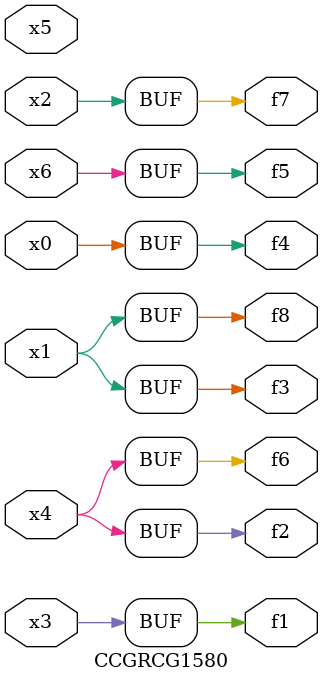
<source format=v>
module CCGRCG1580(
	input x0, x1, x2, x3, x4, x5, x6,
	output f1, f2, f3, f4, f5, f6, f7, f8
);
	assign f1 = x3;
	assign f2 = x4;
	assign f3 = x1;
	assign f4 = x0;
	assign f5 = x6;
	assign f6 = x4;
	assign f7 = x2;
	assign f8 = x1;
endmodule

</source>
